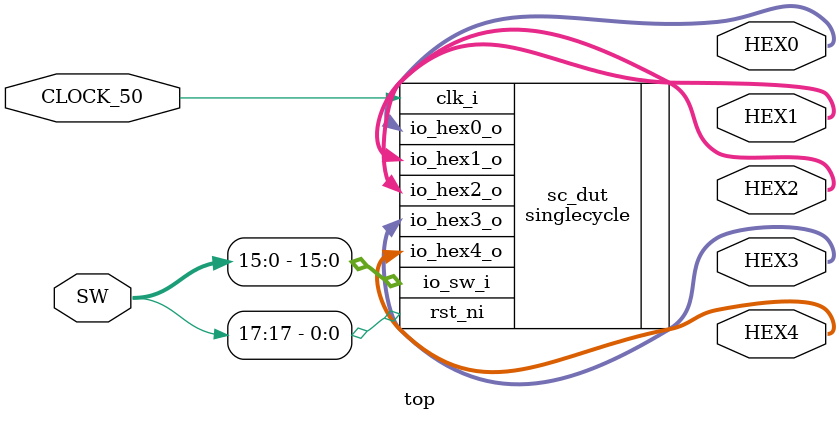
<source format=sv>
module top (
	input logic CLOCK_50,
	input logic [17:0] SW,
	
	output logic [6:0] HEX0,
	output logic [6:0] HEX1,
	output logic [6:0] HEX2,
	output logic [6:0] HEX3,
	output logic [6:0] HEX4
);

singlecycle sc_dut(
	.clk_i		(CLOCK_50),
	.rst_ni		(SW[17]),
	.io_sw_i		(SW[15:0]),
	.io_hex0_o	(HEX0),
	.io_hex1_o	(HEX1),
	.io_hex2_o	(HEX2),
	.io_hex3_o	(HEX3),
	.io_hex4_o	(HEX4)
);

endmodule: top
</source>
